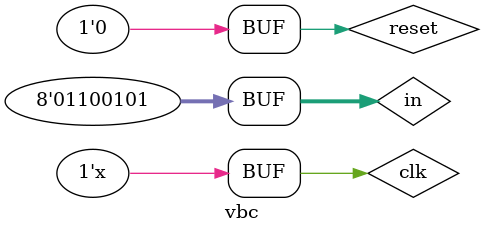
<source format=v>
`timescale 1ns / 1ps


module vbc;

	// Inputs
	reg clk;
	reg reset;
	reg [7:0] in;

	// Outputs
	wire result;

	// Instantiate the Unit Under Test (UUT)
	BlockChecker uut (
		.clk(clk), 
		.reset(reset), 
		.in(in), 
		.result(result)
	);
 
	initial begin
		// Initialize Inputs
		clk = 0; 
		reset = 1;
		in = 0;

		// Wait 100 ns for global reset to finish
		#100;
        
		// Add stimulus here
		#2 reset = 0;
		in = "b";
		#2 in = "e";
		#2 in = "g";
		#2 in = "i";
		#2 in = "n";
		#2 in = " ";
		#2 in = "e";
		#2 in = "n";
		#2 in = "d";
		#2 in = " ";
		#2 in = "e";

	end
    always #1 clk = ~clk;           
endmodule


</source>
